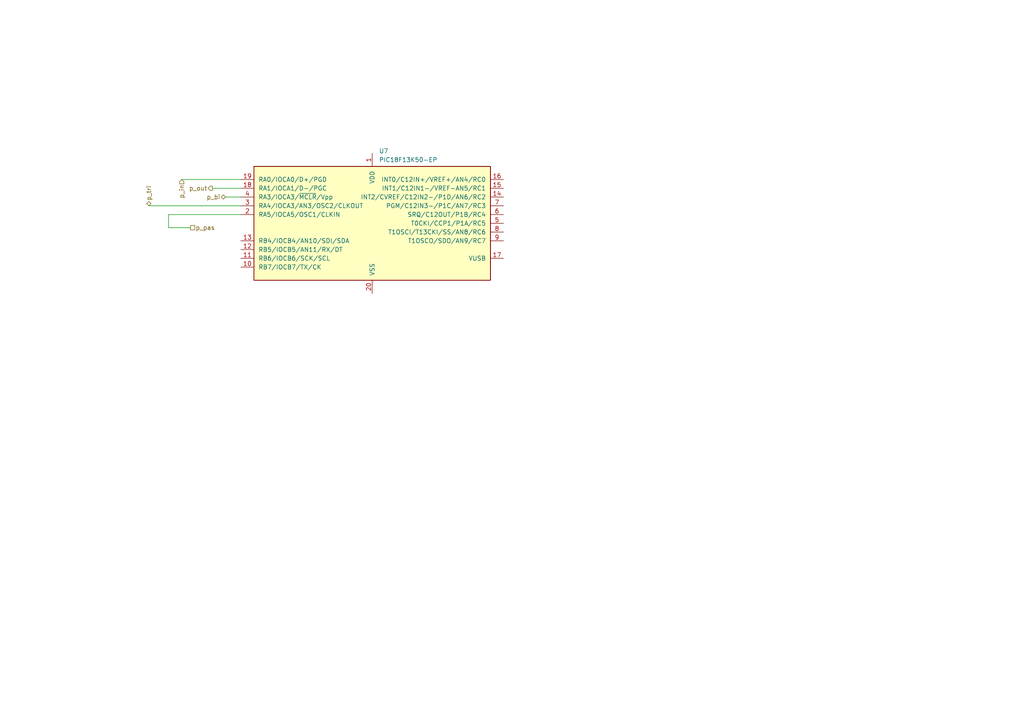
<source format=kicad_sch>
(kicad_sch (version 20230121) (generator eeschema)
  (paper "A4")
  (lib_symbols
    (symbol "MCU_Microchip_PIC18:PIC18F13K50-EP" (pin_names (offset 1.27))
      (property "Reference" "U" (at -33.02 17.78 0))
      (property "Value" "PIC18F13K50-EP" (at 24.13 -17.78 0))
      (symbol "PIC18F13K50-EP_0_1"
        (rectangle (start -34.29 16.51) (end 34.29 -16.51) (stroke (width 0.254)) (fill (type background)))
      )
      (symbol "PIC18F13K50-EP_1_1"
        (pin power_in line (at 0 20.32 270) (length 3.81) (name "VDD") (number "1"))
        (pin bidirectional line (at -38.1 -12.7 0) (length 3.81) (name "RB7/IOCB7/TX/CK") (number "10"))
        (pin bidirectional line (at -38.1 -10.16 0) (length 3.81) (name "RB6/IOCB6/SCK/SCL") (number "11"))
        (pin bidirectional line (at -38.1 -7.62 0) (length 3.81) (name "RB5/IOCB5/AN11/RX/DT") (number "12"))
        (pin bidirectional line (at -38.1 -5.08 0) (length 3.81) (name "RB4/IOCB4/AN10/SDI/SDA") (number "13"))
        (pin bidirectional line (at 38.1 7.62 180) (length 3.81) (name "INT2/CVREF/C12IN2-/P1D/AN6/RC2") (number "14"))
        (pin bidirectional line (at 38.1 10.16 180) (length 3.81) (name "INT1/C12IN1-/VREF-AN5/RC1") (number "15"))
        (pin bidirectional line (at 38.1 12.7 180) (length 3.81) (name "INT0/C12IN+/VREF+/AN4/RC0") (number "16"))
        (pin passive line (at 38.1 -10.16 180) (length 3.81) (name "VUSB") (number "17"))
        (pin bidirectional line (at -38.1 10.16 0) (length 3.81) (name "RA1/IOCA1/D-/PGC") (number "18"))
        (pin bidirectional line (at -38.1 12.7 0) (length 3.81) (name "RA0/IOCA0/D+/PGD") (number "19"))
        (pin bidirectional line (at -38.1 2.54 0) (length 3.81) (name "RA5/IOCA5/OSC1/CLKIN") (number "2"))
        (pin power_in line (at 0 -20.32 90) (length 3.81) (name "VSS") (number "20"))
        (pin bidirectional line (at -38.1 5.08 0) (length 3.81) (name "RA4/IOCA3/AN3/OSC2/CLKOUT") (number "3"))
        (pin input line (at -38.1 7.62 0) (length 3.81) (name "RA3/IOCA3/~{MCLR}/Vpp") (number "4"))
        (pin bidirectional line (at 38.1 0 180) (length 3.81) (name "T0CKI/CCP1/P1A/RC5") (number "5"))
        (pin bidirectional line (at 38.1 2.54 180) (length 3.81) (name "SRQ/C12OUT/P1B/RC4") (number "6"))
        (pin bidirectional line (at 38.1 5.08 180) (length 3.81) (name "PGM/C12IN3-/P1C/AN7/RC3") (number "7"))
        (pin bidirectional line (at 38.1 -2.54 180) (length 3.81) (name "T1OSCI/T13CKI/SS/AN8/RC6") (number "8"))
        (pin bidirectional line (at 38.1 -5.08 180) (length 3.81) (name "T1OSCO/SDO/AN9/RC7") (number "9"))
      )
    )
  )
  (wire (pts (xy 61.595 54.61) (xy 69.85 54.61)))
  (wire (pts (xy 52.705 52.07) (xy 69.85 52.07)))
  (wire (pts (xy 43.18 59.69) (xy 69.85 59.69)))
  (wire (pts (xy 65.405 57.15) (xy 69.85 57.15)))
  (wire (pts (xy 69.85 62.23) (xy 48.895 62.23)))
  (wire (pts (xy 48.895 62.23) (xy 48.895 66.04)))
  (wire (pts (xy 48.895 66.04) (xy 55.245 66.04)))
  (hierarchical_label "p_tri" (shape tri_state) (at 43.18 59.69 90))
  (hierarchical_label "p_pas" (shape passive) (at 55.245 66.04 0))
  (hierarchical_label "p_out" (shape output) (at 61.595 54.61 180))
  (hierarchical_label "p_bi" (shape bidirectional) (at 65.405 57.15 180))
  (hierarchical_label "p_in" (shape input) (at 52.705 52.07 270))
  (symbol (lib_id "MCU_Microchip_PIC18:PIC18F13K50-EP") (at 107.95 64.77 0) (unit 1)
    (property "Reference" "U7" (at 109.9059 43.815 0) (effects (justify left)))
    (property "Value" "PIC18F13K50-EP" (at 109.9059 46.355 0) (effects (justify left)))
    (property "Footprint" "Package_DIP:DIP-20_W7.62mm" (effects hide))
    (property "Datasheet" "http://ww1.microchip.com/downloads/en/devicedoc/41350c.pdf" (effects hide))
    (instances (project "HierarchyTest" (path "" (reference "U7") (unit 1)) (path "" (reference "U8") (unit 1))))
  )
)
</source>
